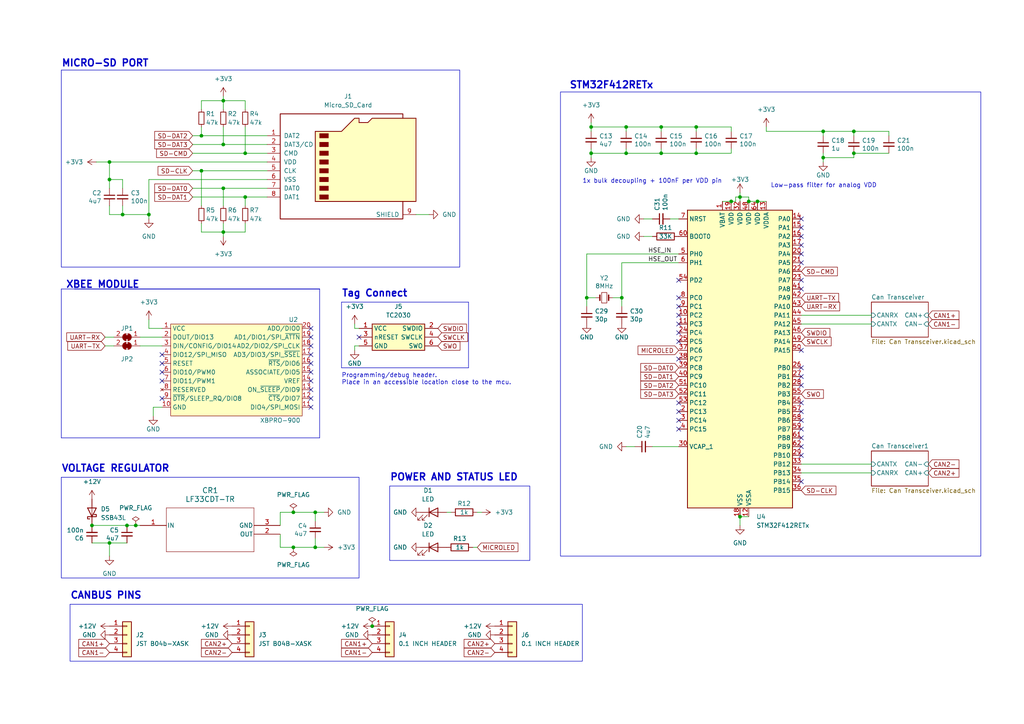
<source format=kicad_sch>
(kicad_sch (version 20230121) (generator eeschema)
  (paper "A4")
  (title_block (title "STM32F103 Reference Breakout Board") (date "2022-07-06") (rev "1") (company "Bronco Racing"))
  (lib_symbols
    (symbol "2023-10-25_21-36-40:LF33CDT-TR" (pin_names (offset 0.254))
      (property "Reference" "CR" (at 20.32 10.16 0))
      (property "Value" "LF33CDT-TR" (at 20.32 7.62 0))
      (symbol "LF33CDT-TR_0_1"
        (polyline (pts (xy 7.62 -7.62) (xy 33.02 -7.62)) (stroke (width 0.127)))
        (polyline (pts (xy 7.62 5.08) (xy 7.62 -7.62)) (stroke (width 0.127)))
        (polyline (pts (xy 33.02 -7.62) (xy 33.02 5.08)) (stroke (width 0.127)))
        (polyline (pts (xy 33.02 5.08) (xy 7.62 5.08)) (stroke (width 0.127)))
        (pin power_in line (at 0 0 0) (length 7.62) (name "IN") (number "1"))
        (pin power_in line (at 40.64 -2.54 180) (length 7.62) (name "OUT") (number "2"))
        (pin power_in line (at 40.64 0 180) (length 7.62) (name "GND") (number "3"))
      )
    )
    (symbol "Connector:Micro_SD_Card" (pin_names (offset 1.016))
      (property "Reference" "J" (at -16.51 15.24 0))
      (property "Value" "Micro_SD_Card" (at 16.51 15.24 0))
      (symbol "Micro_SD_Card_0_1"
        (rectangle (start -7.62 -9.525) (end -5.08 -10.795) (fill (type outline)))
        (rectangle (start -7.62 -6.985) (end -5.08 -8.255) (fill (type outline)))
        (rectangle (start -7.62 -4.445) (end -5.08 -5.715) (fill (type outline)))
        (rectangle (start -7.62 -1.905) (end -5.08 -3.175) (fill (type outline)))
        (rectangle (start -7.62 0.635) (end -5.08 -0.635) (fill (type outline)))
        (rectangle (start -7.62 3.175) (end -5.08 1.905) (fill (type outline)))
        (rectangle (start -7.62 5.715) (end -5.08 4.445) (fill (type outline)))
        (rectangle (start -7.62 8.255) (end -5.08 6.985) (fill (type outline)))
        (polyline (pts (xy 16.51 12.7) (xy 16.51 13.97) (xy -19.05 13.97) (xy -19.05 -16.51) (xy 16.51 -16.51) (xy 16.51 -11.43)) (stroke (width 0.254)))
        (polyline (pts (xy -8.89 -11.43) (xy -8.89 8.89) (xy -1.27 8.89) (xy 2.54 12.7) (xy 3.81 12.7) (xy 3.81 11.43) (xy 6.35 11.43) (xy 7.62 12.7) (xy 20.32 12.7) (xy 20.32 -11.43) (xy -8.89 -11.43)) (stroke (width 0.254)) (fill (type background)))
      )
      (symbol "Micro_SD_Card_1_1"
        (pin bidirectional line (at -22.86 7.62 0) (length 3.81) (name "DAT2") (number "1"))
        (pin bidirectional line (at -22.86 5.08 0) (length 3.81) (name "DAT3/CD") (number "2"))
        (pin input line (at -22.86 2.54 0) (length 3.81) (name "CMD") (number "3"))
        (pin power_in line (at -22.86 0 0) (length 3.81) (name "VDD") (number "4"))
        (pin input line (at -22.86 -2.54 0) (length 3.81) (name "CLK") (number "5"))
        (pin power_in line (at -22.86 -5.08 0) (length 3.81) (name "VSS") (number "6"))
        (pin bidirectional line (at -22.86 -7.62 0) (length 3.81) (name "DAT0") (number "7"))
        (pin bidirectional line (at -22.86 -10.16 0) (length 3.81) (name "DAT1") (number "8"))
        (pin passive line (at 20.32 -15.24 180) (length 3.81) (name "SHIELD") (number "9"))
      )
    )
    (symbol "Connector_Generic:Conn_01x04" (pin_names (offset 1.016) hide)
      (property "Reference" "J" (at 0 5.08 0))
      (property "Value" "Conn_01x04" (at 0 -7.62 0))
      (symbol "Conn_01x04_1_1"
        (rectangle (start -1.27 -4.953) (end 0 -5.207) (stroke (width 0.1524)))
        (rectangle (start -1.27 -2.413) (end 0 -2.667) (stroke (width 0.1524)))
        (rectangle (start -1.27 0.127) (end 0 -0.127) (stroke (width 0.1524)))
        (rectangle (start -1.27 2.667) (end 0 2.413) (stroke (width 0.1524)))
        (rectangle (start -1.27 3.81) (end 1.27 -6.35) (stroke (width 0.254)) (fill (type background)))
        (pin passive line (at -5.08 2.54 0) (length 3.81) (name "Pin_1") (number "1"))
        (pin passive line (at -5.08 0 0) (length 3.81) (name "Pin_2") (number "2"))
        (pin passive line (at -5.08 -2.54 0) (length 3.81) (name "Pin_3") (number "3"))
        (pin passive line (at -5.08 -5.08 0) (length 3.81) (name "Pin_4") (number "4"))
      )
    )
    (symbol "Device:C_Small" (pin_numbers hide) (pin_names (offset 0.254) hide)
      (property "Reference" "C" (at 0.254 1.778 0))
      (property "Value" "C_Small" (at 0.254 -2.032 0))
      (symbol "C_Small_0_1"
        (polyline (pts (xy -1.524 -0.508) (xy 1.524 -0.508)) (stroke (width 0.3302)))
        (polyline (pts (xy -1.524 0.508) (xy 1.524 0.508)) (stroke (width 0.3048)))
      )
      (symbol "C_Small_1_1"
        (pin passive line (at 0 2.54 270) (length 2.032) (name "~") (number "1"))
        (pin passive line (at 0 -2.54 90) (length 2.032) (name "~") (number "2"))
      )
    )
    (symbol "Device:Crystal_Small" (pin_numbers hide) (pin_names (offset 1.016) hide)
      (property "Reference" "Y" (at 0 2.54 0))
      (property "Value" "Crystal_Small" (at 0 -2.54 0))
      (symbol "Crystal_Small_0_1"
        (rectangle (start -0.762 -1.524) (end 0.762 1.524))
        (polyline (pts (xy -1.27 -0.762) (xy -1.27 0.762)) (stroke (width 0.381)))
        (polyline (pts (xy 1.27 -0.762) (xy 1.27 0.762)) (stroke (width 0.381)))
      )
      (symbol "Crystal_Small_1_1"
        (pin passive line (at -2.54 0 0) (length 1.27) (name "1") (number "1"))
        (pin passive line (at 2.54 0 180) (length 1.27) (name "2") (number "2"))
      )
    )
    (symbol "Device:D_Schottky" (pin_numbers hide) (pin_names (offset 1.016) hide)
      (property "Reference" "D" (at 0 2.54 0))
      (property "Value" "D_Schottky" (at 0 -2.54 0))
      (symbol "D_Schottky_0_1"
        (polyline (pts (xy 1.27 0) (xy -1.27 0)))
        (polyline (pts (xy 1.27 1.27) (xy 1.27 -1.27) (xy -1.27 0) (xy 1.27 1.27)) (stroke (width 0.254)))
        (polyline (pts (xy -1.905 0.635) (xy -1.905 1.27) (xy -1.27 1.27) (xy -1.27 -1.27) (xy -0.635 -1.27) (xy -0.635 -0.635)) (stroke (width 0.254)))
      )
      (symbol "D_Schottky_1_1"
        (pin passive line (at -3.81 0 0) (length 2.54) (name "K") (number "1"))
        (pin passive line (at 3.81 0 180) (length 2.54) (name "A") (number "2"))
      )
    )
    (symbol "Device:LED" (pin_numbers hide) (pin_names (offset 1.016) hide)
      (property "Reference" "D" (at 0 2.54 0))
      (property "Value" "LED" (at 0 -2.54 0))
      (symbol "LED_0_1"
        (polyline (pts (xy -1.27 -1.27) (xy -1.27 1.27)) (stroke (width 0.254)))
        (polyline (pts (xy -1.27 0) (xy 1.27 0)))
        (polyline (pts (xy 1.27 -1.27) (xy 1.27 1.27) (xy -1.27 0) (xy 1.27 -1.27)) (stroke (width 0.254)))
        (polyline (pts (xy -3.048 -0.762) (xy -4.572 -2.286) (xy -3.81 -2.286) (xy -4.572 -2.286) (xy -4.572 -1.524)))
        (polyline (pts (xy -1.778 -0.762) (xy -3.302 -2.286) (xy -2.54 -2.286) (xy -3.302 -2.286) (xy -3.302 -1.524)))
      )
      (symbol "LED_1_1"
        (pin passive line (at -3.81 0 0) (length 2.54) (name "K") (number "1"))
        (pin passive line (at 3.81 0 180) (length 2.54) (name "A") (number "2"))
      )
    )
    (symbol "Device:R" (pin_numbers hide) (pin_names (offset 0))
      (property "Reference" "R" (at 2.032 0 90))
      (property "Value" "R" (at 0 0 90))
      (symbol "R_0_1"
        (rectangle (start -1.016 -2.54) (end 1.016 2.54) (stroke (width 0.254)))
      )
      (symbol "R_1_1"
        (pin passive line (at 0 3.81 270) (length 1.27) (name "~") (number "1"))
        (pin passive line (at 0 -3.81 90) (length 1.27) (name "~") (number "2"))
      )
    )
    (symbol "Device:R_Small" (pin_numbers hide) (pin_names (offset 0.254) hide)
      (property "Reference" "R" (at 0.762 0.508 0))
      (property "Value" "R_Small" (at 0.762 -1.016 0))
      (symbol "R_Small_0_1"
        (rectangle (start -0.762 1.778) (end 0.762 -1.778) (stroke (width 0.2032)))
      )
      (symbol "R_Small_1_1"
        (pin passive line (at 0 2.54 270) (length 0.762) (name "~") (number "1"))
        (pin passive line (at 0 -2.54 90) (length 0.762) (name "~") (number "2"))
      )
    )
    (symbol "Jumper:SolderJumper_2_Bridged" (pin_names (offset 0) hide)
      (property "Reference" "JP" (at 0 2.032 0))
      (property "Value" "SolderJumper_2_Bridged" (at 0 -2.54 0))
      (symbol "SolderJumper_2_Bridged_0_1"
        (rectangle (start -0.508 0.508) (end 0.508 -0.508) (fill (type outline)))
        (arc (start -0.254 1.016) (mid -1.2656 0) (end -0.254 -1.016))
        (arc (start -0.254 1.016) (mid -1.2656 0) (end -0.254 -1.016) (fill (type outline)))
        (polyline (pts (xy -0.254 1.016) (xy -0.254 -1.016)))
        (polyline (pts (xy 0.254 1.016) (xy 0.254 -1.016)))
        (arc (start 0.254 -1.016) (mid 1.2656 0) (end 0.254 1.016))
        (arc (start 0.254 -1.016) (mid 1.2656 0) (end 0.254 1.016) (fill (type outline)))
      )
      (symbol "SolderJumper_2_Bridged_1_1"
        (pin passive line (at -3.81 0 0) (length 2.54) (name "A") (number "1"))
        (pin passive line (at 3.81 0 180) (length 2.54) (name "B") (number "2"))
      )
    )
    (symbol "MCU_ST_STM32F4:STM32F412RETx"
      (property "Reference" "U" (at -15.24 44.45 0))
      (property "Value" "STM32F412RETx" (at 10.16 44.45 0))
      (symbol "STM32F412RETx_0_1"
        (rectangle (start -15.24 -43.18) (end 15.24 43.18) (stroke (width 0.254)) (fill (type background)))
      )
      (symbol "STM32F412RETx_1_1"
        (pin power_in line (at -5.08 45.72 270) (length 2.54) (name "VBAT") (number "1"))
        (pin bidirectional line (at -17.78 12.7 0) (length 2.54) (name "PC2") (number "10"))
        (pin bidirectional line (at -17.78 10.16 0) (length 2.54) (name "PC3") (number "11"))
        (pin power_in line (at 2.54 -45.72 90) (length 2.54) (name "VSSA") (number "12"))
        (pin power_in line (at 7.62 45.72 270) (length 2.54) (name "VDDA") (number "13"))
        (pin bidirectional line (at 17.78 40.64 180) (length 2.54) (name "PA0") (number "14"))
        (pin bidirectional line (at 17.78 38.1 180) (length 2.54) (name "PA1") (number "15"))
        (pin bidirectional line (at 17.78 35.56 180) (length 2.54) (name "PA2") (number "16"))
        (pin bidirectional line (at 17.78 33.02 180) (length 2.54) (name "PA3") (number "17"))
        (pin power_in line (at 0 -45.72 90) (length 2.54) (name "VSS") (number "18"))
        (pin power_in line (at -2.54 45.72 270) (length 2.54) (name "VDD") (number "19"))
        (pin bidirectional line (at -17.78 -15.24 0) (length 2.54) (name "PC13") (number "2"))
        (pin bidirectional line (at 17.78 30.48 180) (length 2.54) (name "PA4") (number "20"))
        (pin bidirectional line (at 17.78 27.94 180) (length 2.54) (name "PA5") (number "21"))
        (pin bidirectional line (at 17.78 25.4 180) (length 2.54) (name "PA6") (number "22"))
        (pin bidirectional line (at 17.78 22.86 180) (length 2.54) (name "PA7") (number "23"))
        (pin bidirectional line (at -17.78 7.62 0) (length 2.54) (name "PC4") (number "24"))
        (pin bidirectional line (at -17.78 5.08 0) (length 2.54) (name "PC5") (number "25"))
        (pin bidirectional line (at 17.78 -2.54 180) (length 2.54) (name "PB0") (number "26"))
        (pin bidirectional line (at 17.78 -5.08 180) (length 2.54) (name "PB1") (number "27"))
        (pin bidirectional line (at 17.78 -7.62 180) (length 2.54) (name "PB2") (number "28"))
        (pin bidirectional line (at 17.78 -27.94 180) (length 2.54) (name "PB10") (number "29"))
        (pin bidirectional line (at -17.78 -17.78 0) (length 2.54) (name "PC14") (number "3"))
        (pin power_out line (at -17.78 -25.4 0) (length 2.54) (name "VCAP_1") (number "30"))
        (pin passive line (at 0 -45.72 90) (length 2.54) hide (name "VSS") (number "31"))
        (pin power_in line (at 0 45.72 270) (length 2.54) (name "VDD") (number "32"))
        (pin bidirectional line (at 17.78 -30.48 180) (length 2.54) (name "PB12") (number "33"))
        (pin bidirectional line (at 17.78 -33.02 180) (length 2.54) (name "PB13") (number "34"))
        (pin bidirectional line (at 17.78 -35.56 180) (length 2.54) (name "PB14") (number "35"))
        (pin bidirectional line (at 17.78 -38.1 180) (length 2.54) (name "PB15") (number "36"))
        (pin bidirectional line (at -17.78 2.54 0) (length 2.54) (name "PC6") (number "37"))
        (pin bidirectional line (at -17.78 0 0) (length 2.54) (name "PC7") (number "38"))
        (pin bidirectional line (at -17.78 -2.54 0) (length 2.54) (name "PC8") (number "39"))
        (pin bidirectional line (at -17.78 -20.32 0) (length 2.54) (name "PC15") (number "4"))
        (pin bidirectional line (at -17.78 -5.08 0) (length 2.54) (name "PC9") (number "40"))
        (pin bidirectional line (at 17.78 20.32 180) (length 2.54) (name "PA8") (number "41"))
        (pin bidirectional line (at 17.78 17.78 180) (length 2.54) (name "PA9") (number "42"))
        (pin bidirectional line (at 17.78 15.24 180) (length 2.54) (name "PA10") (number "43"))
        (pin bidirectional line (at 17.78 12.7 180) (length 2.54) (name "PA11") (number "44"))
        (pin bidirectional line (at 17.78 10.16 180) (length 2.54) (name "PA12") (number "45"))
        (pin bidirectional line (at 17.78 7.62 180) (length 2.54) (name "PA13") (number "46"))
        (pin passive line (at 0 -45.72 90) (length 2.54) hide (name "VSS") (number "47"))
        (pin power_in line (at 2.54 45.72 270) (length 2.54) (name "VDD") (number "48"))
        (pin bidirectional line (at 17.78 5.08 180) (length 2.54) (name "PA14") (number "49"))
        (pin bidirectional line (at -17.78 30.48 0) (length 2.54) (name "PH0") (number "5"))
        (pin bidirectional line (at 17.78 2.54 180) (length 2.54) (name "PA15") (number "50"))
        (pin bidirectional line (at -17.78 -7.62 0) (length 2.54) (name "PC10") (number "51"))
        (pin bidirectional line (at -17.78 -10.16 0) (length 2.54) (name "PC11") (number "52"))
        (pin bidirectional line (at -17.78 -12.7 0) (length 2.54) (name "PC12") (number "53"))
        (pin bidirectional line (at -17.78 22.86 0) (length 2.54) (name "PD2") (number "54"))
        (pin bidirectional line (at 17.78 -10.16 180) (length 2.54) (name "PB3") (number "55"))
        (pin bidirectional line (at 17.78 -12.7 180) (length 2.54) (name "PB4") (number "56"))
        (pin bidirectional line (at 17.78 -15.24 180) (length 2.54) (name "PB5") (number "57"))
        (pin bidirectional line (at 17.78 -17.78 180) (length 2.54) (name "PB6") (number "58"))
        (pin bidirectional line (at 17.78 -20.32 180) (length 2.54) (name "PB7") (number "59"))
        (pin bidirectional line (at -17.78 27.94 0) (length 2.54) (name "PH1") (number "6"))
        (pin input line (at -17.78 35.56 0) (length 2.54) (name "BOOT0") (number "60"))
        (pin bidirectional line (at 17.78 -22.86 180) (length 2.54) (name "PB8") (number "61"))
        (pin bidirectional line (at 17.78 -25.4 180) (length 2.54) (name "PB9") (number "62"))
        (pin passive line (at 0 -45.72 90) (length 2.54) hide (name "VSS") (number "63"))
        (pin power_in line (at 5.08 45.72 270) (length 2.54) (name "VDD") (number "64"))
        (pin input line (at -17.78 40.64 0) (length 2.54) (name "NRST") (number "7"))
        (pin bidirectional line (at -17.78 17.78 0) (length 2.54) (name "PC0") (number "8"))
        (pin bidirectional line (at -17.78 15.24 0) (length 2.54) (name "PC1") (number "9"))
      )
    )
    (symbol "TC2030:TC2030" (in_bom no)
      (property "Reference" "J" (at 0 5.08 0))
      (property "Value" "TC2030" (at 0 -5.08 0))
      (symbol "TC2030_1_1"
        (rectangle (start -7.62 3.81) (end 7.62 -3.81) (stroke (width 0.254)) (fill (type background)))
        (pin passive line (at -11.43 2.54 0) (length 3.81) (name "VCC") (number "1"))
        (pin passive line (at 11.43 2.54 180) (length 3.81) (name "SWDIO") (number "2"))
        (pin passive line (at -11.43 0 0) (length 3.81) (name "nRESET") (number "3"))
        (pin passive line (at 11.43 0 180) (length 3.81) (name "SWCLK") (number "4"))
        (pin passive line (at -11.43 -2.54 0) (length 3.81) (name "GND") (number "5"))
        (pin passive line (at 11.43 -2.54 180) (length 3.81) (name "SWO") (number "6"))
      )
    )
    (symbol "XBEE:XBP9B-DSMT-012"
      (property "Reference" "U" (at 36.83 3.81 0))
      (symbol "XBP9B-DSMT-012_1_1"
        (rectangle (start 0 2.54) (end 38.1 -24.13) (fill (type background)))
        (pin power_in line (at -2.54 1.27 0) (length 2.54) (name "VCC") (number "1"))
        (pin power_in line (at -2.54 -21.59 0) (length 2.54) (name "GND") (number "10"))
        (pin bidirectional line (at 40.64 -21.59 180) (length 2.54) (name "DIO4/SPI_MOSI") (number "11"))
        (pin output line (at 40.64 -19.05 180) (length 2.54) (name "~{CTS}/DIO7") (number "12"))
        (pin output line (at 40.64 -16.51 180) (length 2.54) (name "ON_~{SLEEP}/DIO9") (number "13"))
        (pin input line (at 40.64 -13.97 180) (length 2.54) (name "VREF") (number "14"))
        (pin output line (at 40.64 -11.43 180) (length 2.54) (name "ASSOCIATE/DIO5") (number "15"))
        (pin input line (at 40.64 -8.89 180) (length 2.54) (name "~{RTS}/DIO6") (number "16"))
        (pin bidirectional line (at 40.64 -6.35 180) (length 2.54) (name "AD3/DIO3/SPI_~{SSEL}") (number "17"))
        (pin bidirectional line (at 40.64 -3.81 180) (length 2.54) (name "AD2/DIO2/SPI_CLK") (number "18"))
        (pin bidirectional line (at 40.64 -1.27 180) (length 2.54) (name "AD1/DIO1/SPI_~{ATTN}") (number "19"))
        (pin output line (at -2.54 -1.27 0) (length 2.54) (name "DOUT/DIO13") (number "2"))
        (pin bidirectional line (at 40.64 1.27 180) (length 2.54) (name "ADO/DIO0") (number "20"))
        (pin input line (at -2.54 -3.81 0) (length 2.54) (name "DIN/CONFIG/DIO14") (number "3"))
        (pin output line (at -2.54 -6.35 0) (length 2.54) (name "DIO12/SPI_MISO") (number "4"))
        (pin input line (at -2.54 -8.89 0) (length 2.54) (name "RESET") (number "5"))
        (pin bidirectional line (at -2.54 -11.43 0) (length 2.54) (name "DIO10/PWM0") (number "6"))
        (pin bidirectional line (at -2.54 -13.97 0) (length 2.54) (name "DIO11/PWM1") (number "7"))
        (pin no_connect line (at -2.54 -16.51 0) (length 2.54) (name "RESERVED") (number "8"))
        (pin input line (at -2.54 -19.05 0) (length 2.54) (name "~{DTR}/SLEEP_RQ/DIO8") (number "9"))
      )
    )
    (symbol "power:+12V" (power) (pin_names (offset 0))
      (property "Value" "+12V" (at 0 3.556 0))
      (symbol "+12V_0_1"
        (polyline (pts (xy -0.762 1.27) (xy 0 2.54)))
        (polyline (pts (xy 0 0) (xy 0 2.54)))
        (polyline (pts (xy 0 2.54) (xy 0.762 1.27)))
      )
      (symbol "+12V_1_1"
        (pin power_in line (at 0 0 90) (length 0) hide (name "+12V") (number "1"))
      )
    )
    (symbol "power:+3V3" (power) (pin_names (offset 0))
      (property "Value" "+3V3" (at 0 3.556 0))
      (symbol "+3V3_0_1"
        (polyline (pts (xy -0.762 1.27) (xy 0 2.54)))
        (polyline (pts (xy 0 0) (xy 0 2.54)))
        (polyline (pts (xy 0 2.54) (xy 0.762 1.27)))
      )
      (symbol "+3V3_1_1"
        (pin power_in line (at 0 0 90) (length 0) hide (name "+3V3") (number "1"))
      )
    )
    (symbol "power:GND" (power) (pin_names (offset 0))
      (property "Value" "GND" (at 0 -3.81 0))
      (symbol "GND_0_1"
        (polyline (pts (xy 0 0) (xy 0 -1.27) (xy 1.27 -1.27) (xy 0 -2.54) (xy -1.27 -1.27) (xy 0 -1.27)))
      )
      (symbol "GND_1_1"
        (pin power_in line (at 0 0 270) (length 0) hide (name "GND") (number "1"))
      )
    )
    (symbol "power:PWR_FLAG" (power) (pin_numbers hide) (pin_names (offset 0) hide)
      (property "Value" "PWR_FLAG" (at 0 3.81 0))
      (symbol "PWR_FLAG_0_0"
        (pin power_out line (at 0 0 90) (length 0) (name "pwr") (number "1"))
      )
      (symbol "PWR_FLAG_0_1"
        (polyline (pts (xy 0 0) (xy 0 1.27) (xy -1.016 1.905) (xy 0 2.54) (xy 1.016 1.905) (xy 0 1.27)))
      )
    )
  )
  (junction (at 191.77 36.83))
  (junction (at 39.37 152.4))
  (junction (at 35.56 62.23))
  (junction (at 43.18 62.23))
  (junction (at 219.71 58.42))
  (junction (at 171.45 44.45))
  (junction (at 201.93 44.45))
  (junction (at 31.75 157.48))
  (junction (at 212.09 58.42))
  (junction (at 91.44 158.75))
  (junction (at 170.18 86.36))
  (junction (at 64.77 29.21))
  (junction (at 58.42 49.53))
  (junction (at 238.76 38.1))
  (junction (at 217.17 58.42))
  (junction (at 171.45 36.83))
  (junction (at 214.63 149.86))
  (junction (at 85.09 158.75))
  (junction (at 31.75 52.07))
  (junction (at 64.77 41.91))
  (junction (at 181.61 44.45))
  (junction (at 64.77 54.61))
  (junction (at 26.67 152.4))
  (junction (at 247.65 44.45))
  (junction (at 91.44 148.59))
  (junction (at 85.09 148.59))
  (junction (at 247.65 38.1))
  (junction (at 31.75 46.99))
  (junction (at 71.12 57.15))
  (junction (at 36.83 152.4))
  (junction (at 58.42 39.37))
  (junction (at 107.95 181.61))
  (junction (at 71.12 44.45))
  (junction (at 214.63 57.15))
  (junction (at 181.61 36.83))
  (junction (at 238.76 45.72))
  (junction (at 201.93 36.83))
  (junction (at 64.77 67.31))
  (junction (at 180.34 86.36))
  (junction (at 191.77 44.45))
  (no_connect (at 232.41 121.92))
  (no_connect (at 232.41 119.38))
  (no_connect (at 196.85 81.28))
  (no_connect (at 232.41 71.12))
  (no_connect (at 232.41 127))
  (no_connect (at 90.17 97.79))
  (no_connect (at 232.41 76.2))
  (no_connect (at 46.99 102.87))
  (no_connect (at 232.41 63.5))
  (no_connect (at 90.17 113.03))
  (no_connect (at 196.85 93.98))
  (no_connect (at 232.41 101.6))
  (no_connect (at 232.41 66.04))
  (no_connect (at 196.85 116.84))
  (no_connect (at 232.41 132.08))
  (no_connect (at 90.17 115.57))
  (no_connect (at 90.17 102.87))
  (no_connect (at 46.99 105.41))
  (no_connect (at 196.85 119.38))
  (no_connect (at 232.41 81.28))
  (no_connect (at 196.85 99.06))
  (no_connect (at 232.41 124.46))
  (no_connect (at 232.41 106.68))
  (no_connect (at 232.41 109.22))
  (no_connect (at 104.14 97.79))
  (no_connect (at 90.17 118.11))
  (no_connect (at 232.41 68.58))
  (no_connect (at 90.17 95.25))
  (no_connect (at 232.41 116.84))
  (no_connect (at 196.85 96.52))
  (no_connect (at 90.17 110.49))
  (no_connect (at 196.85 86.36))
  (no_connect (at 46.99 115.57))
  (no_connect (at 196.85 104.14))
  (no_connect (at 196.85 124.46))
  (no_connect (at 232.41 73.66))
  (no_connect (at 46.99 107.95))
  (no_connect (at 232.41 83.82))
  (no_connect (at 46.99 110.49))
  (no_connect (at 196.85 88.9))
  (no_connect (at 232.41 139.7))
  (no_connect (at 232.41 111.76))
  (no_connect (at 90.17 107.95))
  (no_connect (at 196.85 91.44))
  (no_connect (at 196.85 121.92))
  (no_connect (at 90.17 100.33))
  (no_connect (at 90.17 105.41))
  (no_connect (at 232.41 129.54))
  (wire (pts (xy 55.88 39.37) (xy 58.42 39.37)))
  (wire (pts (xy 214.63 149.86) (xy 214.63 152.4)))
  (wire (pts (xy 219.71 58.42) (xy 222.25 58.42)))
  (wire (pts (xy 102.87 95.25) (xy 102.87 93.98)))
  (wire (pts (xy 247.65 38.1) (xy 238.76 38.1)))
  (wire (pts (xy 232.41 91.44) (xy 252.73 91.44)))
  (wire (pts (xy 46.99 95.25) (xy 43.18 95.25)))
  (wire (pts (xy 91.44 158.75) (xy 91.44 156.21)))
  (wire (pts (xy 35.56 62.23) (xy 43.18 62.23)))
  (wire (pts (xy 58.42 39.37) (xy 77.47 39.37)))
  (wire (pts (xy 102.87 101.6) (xy 102.87 100.33)))
  (wire (pts (xy 58.42 29.21) (xy 64.77 29.21)))
  (wire (pts (xy 170.18 86.36) (xy 172.72 86.36)))
  (wire (pts (xy 191.77 38.1) (xy 191.77 36.83)))
  (wire (pts (xy 232.41 134.62) (xy 252.73 134.62)))
  (wire (pts (xy 217.17 58.42) (xy 219.71 58.42)))
  (wire (pts (xy 85.09 158.75) (xy 91.44 158.75)))
  (wire (pts (xy 238.76 46.99) (xy 238.76 45.72)))
  (wire (pts (xy 170.18 73.66) (xy 196.85 73.66)))
  (wire (pts (xy 43.18 62.23) (xy 43.18 63.5)))
  (wire (pts (xy 91.44 148.59) (xy 91.44 151.13)))
  (wire (pts (xy 27.94 46.99) (xy 31.75 46.99)))
  (wire (pts (xy 180.34 76.2) (xy 196.85 76.2)))
  (wire (pts (xy 58.42 49.53) (xy 58.42 59.69)))
  (wire (pts (xy 64.77 29.21) (xy 71.12 29.21)))
  (wire (pts (xy 58.42 36.83) (xy 58.42 39.37)))
  (wire (pts (xy 201.93 44.45) (xy 212.09 44.45)))
  (polyline (pts (xy 92.71 83.82) (xy 92.71 127)))
  (wire (pts (xy 247.65 38.1) (xy 257.81 38.1)))
  (wire (pts (xy 55.88 41.91) (xy 64.77 41.91)))
  (wire (pts (xy 232.41 137.16) (xy 252.73 137.16)))
  (wire (pts (xy 71.12 44.45) (xy 77.47 44.45)))
  (wire (pts (xy 191.77 43.18) (xy 191.77 44.45)))
  (wire (pts (xy 181.61 129.54) (xy 184.15 129.54)))
  (wire (pts (xy 238.76 45.72) (xy 247.65 45.72)))
  (wire (pts (xy 71.12 57.15) (xy 71.12 59.69)))
  (wire (pts (xy 181.61 36.83) (xy 171.45 36.83)))
  (wire (pts (xy 93.98 158.75) (xy 91.44 158.75)))
  (wire (pts (xy 31.75 157.48) (xy 31.75 161.29)))
  (wire (pts (xy 39.37 152.4) (xy 40.64 152.4)))
  (wire (pts (xy 64.77 36.83) (xy 64.77 41.91)))
  (wire (pts (xy 81.28 152.4) (xy 81.28 148.59)))
  (wire (pts (xy 81.28 154.94) (xy 81.28 158.75)))
  (wire (pts (xy 26.67 152.4) (xy 36.83 152.4)))
  (wire (pts (xy 171.45 36.83) (xy 171.45 38.1)))
  (wire (pts (xy 58.42 64.77) (xy 58.42 67.31)))
  (wire (pts (xy 212.09 38.1) (xy 212.09 36.83)))
  (wire (pts (xy 30.48 97.79) (xy 33.02 97.79)))
  (wire (pts (xy 44.45 118.11) (xy 46.99 118.11)))
  (polyline (pts (xy 17.78 83.82) (xy 92.71 83.82)))
  (polyline (pts (xy 17.78 127) (xy 17.78 83.82)))
  (wire (pts (xy 181.61 36.83) (xy 181.61 38.1)))
  (wire (pts (xy 64.77 29.21) (xy 64.77 31.75)))
  (wire (pts (xy 55.88 57.15) (xy 71.12 57.15)))
  (wire (pts (xy 35.56 54.61) (xy 35.56 52.07)))
  (wire (pts (xy 238.76 39.37) (xy 238.76 38.1)))
  (wire (pts (xy 213.36 57.15) (xy 214.63 57.15)))
  (wire (pts (xy 31.75 52.07) (xy 31.75 54.61)))
  (wire (pts (xy 71.12 57.15) (xy 77.47 57.15)))
  (wire (pts (xy 58.42 31.75) (xy 58.42 29.21)))
  (wire (pts (xy 71.12 67.31) (xy 71.12 64.77)))
  (wire (pts (xy 191.77 44.45) (xy 201.93 44.45)))
  (wire (pts (xy 217.17 57.15) (xy 217.17 58.42)))
  (wire (pts (xy 138.43 148.59) (xy 139.7 148.59)))
  (wire (pts (xy 214.63 57.15) (xy 217.17 57.15)))
  (wire (pts (xy 31.75 46.99) (xy 77.47 46.99)))
  (wire (pts (xy 194.31 63.5) (xy 196.85 63.5)))
  (wire (pts (xy 180.34 76.2) (xy 180.34 86.36)))
  (wire (pts (xy 35.56 59.69) (xy 35.56 62.23)))
  (wire (pts (xy 40.64 100.33) (xy 46.99 100.33)))
  (wire (pts (xy 64.77 27.94) (xy 64.77 29.21)))
  (wire (pts (xy 189.23 129.54) (xy 196.85 129.54)))
  (wire (pts (xy 214.63 57.15) (xy 214.63 58.42)))
  (wire (pts (xy 212.09 43.18) (xy 212.09 44.45)))
  (wire (pts (xy 209.55 58.42) (xy 212.09 58.42)))
  (wire (pts (xy 186.69 63.5) (xy 189.23 63.5)))
  (wire (pts (xy 181.61 44.45) (xy 181.61 43.18)))
  (wire (pts (xy 170.18 88.9) (xy 170.18 86.36)))
  (polyline (pts (xy 99.06 87.63) (xy 135.89 87.63)))
  (wire (pts (xy 171.45 43.18) (xy 171.45 44.45)))
  (wire (pts (xy 81.28 148.59) (xy 85.09 148.59)))
  (wire (pts (xy 85.09 148.59) (xy 91.44 148.59)))
  (wire (pts (xy 30.48 100.33) (xy 33.02 100.33)))
  (wire (pts (xy 177.8 86.36) (xy 180.34 86.36)))
  (wire (pts (xy 170.18 73.66) (xy 170.18 86.36)))
  (wire (pts (xy 247.65 44.45) (xy 257.81 44.45)))
  (wire (pts (xy 31.75 157.48) (xy 36.83 157.48)))
  (wire (pts (xy 26.67 157.48) (xy 31.75 157.48)))
  (wire (pts (xy 102.87 100.33) (xy 104.14 100.33)))
  (wire (pts (xy 58.42 49.53) (xy 77.47 49.53)))
  (wire (pts (xy 64.77 41.91) (xy 77.47 41.91)))
  (polyline (pts (xy 92.71 127) (xy 17.78 127)))
  (wire (pts (xy 213.36 58.42) (xy 212.09 58.42)))
  (wire (pts (xy 212.09 36.83) (xy 201.93 36.83)))
  (wire (pts (xy 232.41 93.98) (xy 252.73 93.98)))
  (wire (pts (xy 247.65 39.37) (xy 247.65 38.1)))
  (wire (pts (xy 43.18 95.25) (xy 43.18 92.71)))
  (wire (pts (xy 222.25 38.1) (xy 238.76 38.1)))
  (wire (pts (xy 129.54 148.59) (xy 130.81 148.59)))
  (wire (pts (xy 81.28 158.75) (xy 85.09 158.75)))
  (wire (pts (xy 71.12 29.21) (xy 71.12 31.75)))
  (wire (pts (xy 64.77 64.77) (xy 64.77 67.31)))
  (wire (pts (xy 222.25 36.83) (xy 222.25 38.1)))
  (polyline (pts (xy 135.89 87.63) (xy 135.89 106.68)))
  (wire (pts (xy 31.75 62.23) (xy 35.56 62.23)))
  (wire (pts (xy 191.77 36.83) (xy 181.61 36.83)))
  (wire (pts (xy 247.65 45.72) (xy 247.65 44.45)))
  (wire (pts (xy 171.45 44.45) (xy 181.61 44.45)))
  (wire (pts (xy 238.76 44.45) (xy 238.76 45.72)))
  (wire (pts (xy 77.47 52.07) (xy 43.18 52.07)))
  (polyline (pts (xy 21.59 83.82) (xy 92.71 83.82)))
  (wire (pts (xy 214.63 55.88) (xy 214.63 57.15)))
  (wire (pts (xy 181.61 44.45) (xy 191.77 44.45)))
  (wire (pts (xy 43.18 52.07) (xy 43.18 62.23)))
  (wire (pts (xy 186.69 68.58) (xy 189.23 68.58)))
  (wire (pts (xy 40.64 97.79) (xy 46.99 97.79)))
  (wire (pts (xy 55.88 49.53) (xy 58.42 49.53)))
  (wire (pts (xy 257.81 39.37) (xy 257.81 38.1)))
  (wire (pts (xy 180.34 88.9) (xy 180.34 86.36)))
  (wire (pts (xy 171.45 44.45) (xy 171.45 45.72)))
  (wire (pts (xy 137.16 158.75) (xy 138.43 158.75)))
  (wire (pts (xy 64.77 67.31) (xy 71.12 67.31)))
  (wire (pts (xy 93.98 148.59) (xy 91.44 148.59)))
  (wire (pts (xy 201.93 43.18) (xy 201.93 44.45)))
  (wire (pts (xy 201.93 36.83) (xy 191.77 36.83)))
  (wire (pts (xy 201.93 38.1) (xy 201.93 36.83)))
  (wire (pts (xy 104.14 95.25) (xy 102.87 95.25)))
  (polyline (pts (xy 99.06 106.68) (xy 99.06 87.63)))
  (wire (pts (xy 213.36 57.15) (xy 213.36 58.42)))
  (wire (pts (xy 36.83 152.4) (xy 39.37 152.4)))
  (wire (pts (xy 35.56 52.07) (xy 31.75 52.07)))
  (wire (pts (xy 55.88 54.61) (xy 64.77 54.61)))
  (wire (pts (xy 31.75 59.69) (xy 31.75 62.23)))
  (wire (pts (xy 64.77 67.31) (xy 64.77 68.58)))
  (wire (pts (xy 214.63 149.86) (xy 217.17 149.86)))
  (wire (pts (xy 71.12 36.83) (xy 71.12 44.45)))
  (wire (pts (xy 171.45 35.56) (xy 171.45 36.83)))
  (wire (pts (xy 44.45 120.65) (xy 44.45 118.11)))
  (wire (pts (xy 120.65 62.23) (xy 124.46 62.23)))
  (wire (pts (xy 64.77 54.61) (xy 64.77 59.69)))
  (wire (pts (xy 31.75 46.99) (xy 31.75 52.07)))
  (polyline (pts (xy 99.06 106.68) (xy 135.89 106.68)))
  (wire (pts (xy 55.88 44.45) (xy 71.12 44.45)))
  (wire (pts (xy 58.42 67.31) (xy 64.77 67.31)))
  (wire (pts (xy 64.77 54.61) (xy 77.47 54.61)))
  (rectangle (start 17.78 20.32) (end 133.35 77.47))
  (rectangle (start 17.78 138.43) (end 104.14 167.64))
  (rectangle (start 113.03 140.97) (end 153.67 162.56))
  (rectangle (start 162.56 26.67) (end 284.48 161.29))
  (rectangle (start 20.32 175.26) (end 168.91 191.77))
  (text "STM32F412RETx\n\n" (at 165.1 29.21 0) (effects (font (size 2.0066 2.0066) (thickness 0.4013) bold) (justify left bottom)))
  (text "1x bulk decoupling + 100nF per VDD pin" (at 168.91 53.34 0) (effects (font (size 1.27 1.27)) (justify left bottom)))
  (text "Programming/debug header.\nPlace in an accessible location close to the mcu." (at 99.06 111.76 0) (effects (font (size 1.27 1.27)) (justify left bottom)))
  (text "VOLTAGE REGULATOR" (at 17.78 137.16 0) (effects (font (size 2.0066 2.0066) (thickness 0.4013) bold) (justify left bottom)))
  (text "XBEE MODULE\n" (at 19.05 83.82 0) (effects (font (size 2.0066 2.0066) (thickness 0.4013) bold) (justify left bottom)))
  (text "POWER AND STATUS LED\n" (at 113.03 139.7 0) (effects (font (size 2.0066 2.0066) (thickness 0.4013) bold) (justify left bottom)))
  (text "CANBUS PINS" (at 20.32 173.99 0) (effects (font (size 2.0066 2.0066) (thickness 0.4013) bold) (justify left bottom)))
  (text "MICRO-SD PORT\n\n" (at 17.78 22.86 0) (effects (font (size 2.0066 2.0066) (thickness 0.4013) bold) (justify left bottom)))
  (text "Tag Connect" (at 99.06 86.36 0) (effects (font (size 2.0066 2.0066) (thickness 0.4013) bold) (justify left bottom)))
  (text "Low-pass filter for analog VDD" (at 223.52 54.61 0) (effects (font (size 1.27 1.27)) (justify left bottom)))
  (label "HSE_IN" (at 187.96 73.66 0))
  (label "HSE_OUT" (at 187.96 76.2 0))
  (global_label "SD-DAT0" (shape input) (at 196.85 106.68 180) (property "Intersheetrefs" "${INTERSHEET_REFS}" (effects hide)))
  (global_label "SWCLK" (shape input) (at 232.41 99.06 0) (property "Intersheetrefs" "${INTERSHEET_REFS}" (effects hide)))
  (global_label "MICROLED" (shape input) (at 138.43 158.75 0) (property "Intersheetrefs" "${INTERSHEET_REFS}" (effects hide)))
  (global_label "CAN1-" (shape input) (at 107.95 189.23 180) (property "Intersheetrefs" "${INTERSHEET_REFS}" (effects hide)))
  (global_label "UART-RX" (shape input) (at 232.41 88.9 0) (property "Intersheetrefs" "${INTERSHEET_REFS}" (effects hide)))
  (global_label "SD-CMD" (shape input) (at 232.41 78.74 0) (property "Intersheetrefs" "${INTERSHEET_REFS}" (effects hide)))
  (global_label "SWO" (shape input) (at 127 100.33 0) (property "Intersheetrefs" "${INTERSHEET_REFS}" (effects hide)))
  (global_label "SD-DAT1" (shape input) (at 55.88 57.15 180) (property "Intersheetrefs" "${INTERSHEET_REFS}" (effects hide)))
  (global_label "SD-DAT2" (shape input) (at 55.88 39.37 180) (property "Intersheetrefs" "${INTERSHEET_REFS}" (effects hide)))
  (global_label "CAN1+" (shape input) (at 107.95 186.69 180) (property "Intersheetrefs" "${INTERSHEET_REFS}" (effects hide)))
  (global_label "UART-RX" (shape input) (at 30.48 97.79 180) (property "Intersheetrefs" "${INTERSHEET_REFS}" (effects hide)))
  (global_label "SD-DAT2" (shape input) (at 196.85 111.76 180) (property "Intersheetrefs" "${INTERSHEET_REFS}" (effects hide)))
  (global_label "SD-DAT0" (shape input) (at 55.88 54.61 180) (property "Intersheetrefs" "${INTERSHEET_REFS}" (effects hide)))
  (global_label "CAN2-" (shape input) (at 67.31 189.23 180) (property "Intersheetrefs" "${INTERSHEET_REFS}" (effects hide)))
  (global_label "SD-DAT3" (shape input) (at 55.88 41.91 180) (property "Intersheetrefs" "${INTERSHEET_REFS}" (effects hide)))
  (global_label "CAN2+" (shape input) (at 269.24 137.16 0) (property "Intersheetrefs" "${INTERSHEET_REFS}" (effects hide)))
  (global_label "MICROLED" (shape input) (at 196.85 101.6 180) (property "Intersheetrefs" "${INTERSHEET_REFS}" (effects hide)))
  (global_label "SD-CLK" (shape input) (at 232.41 142.24 0) (property "Intersheetrefs" "${INTERSHEET_REFS}" (effects hide)))
  (global_label "UART-TX" (shape input) (at 232.41 86.36 0) (property "Intersheetrefs" "${INTERSHEET_REFS}" (effects hide)))
  (global_label "SD-CMD" (shape input) (at 55.88 44.45 180) (property "Intersheetrefs" "${INTERSHEET_REFS}" (effects hide)))
  (global_label "CAN1-" (shape input) (at 269.24 93.98 0) (property "Intersheetrefs" "${INTERSHEET_REFS}" (effects hide)))
  (global_label "SD-DAT1" (shape input) (at 196.85 109.22 180) (property "Intersheetrefs" "${INTERSHEET_REFS}" (effects hide)))
  (global_label "SWCLK" (shape input) (at 127 97.79 0) (property "Intersheetrefs" "${INTERSHEET_REFS}" (effects hide)))
  (global_label "SD-CLK" (shape input) (at 55.88 49.53 180) (property "Intersheetrefs" "${INTERSHEET_REFS}" (effects hide)))
  (global_label "SWO" (shape input) (at 232.41 114.3 0) (property "Intersheetrefs" "${INTERSHEET_REFS}" (effects hide)))
  (global_label "SWDIO" (shape input) (at 127 95.25 0) (property "Intersheetrefs" "${INTERSHEET_REFS}" (effects hide)))
  (global_label "CAN2+" (shape input) (at 143.51 186.69 180) (property "Intersheetrefs" "${INTERSHEET_REFS}" (effects hide)))
  (global_label "CAN2-" (shape input) (at 143.51 189.23 180) (property "Intersheetrefs" "${INTERSHEET_REFS}" (effects hide)))
  (global_label "CAN2-" (shape input) (at 269.24 134.62 0) (property "Intersheetrefs" "${INTERSHEET_REFS}" (effects hide)))
  (global_label "CAN1-" (shape input) (at 31.75 189.23 180) (property "Intersheetrefs" "${INTERSHEET_REFS}" (effects hide)))
  (global_label "SWDIO" (shape input) (at 232.41 96.52 0) (property "Intersheetrefs" "${INTERSHEET_REFS}" (effects hide)))
  (global_label "CAN1+" (shape input) (at 269.24 91.44 0) (property "Intersheetrefs" "${INTERSHEET_REFS}" (effects hide)))
  (global_label "CAN1+" (shape input) (at 31.75 186.69 180) (property "Intersheetrefs" "${INTERSHEET_REFS}" (effects hide)))
  (global_label "UART-TX" (shape input) (at 30.48 100.33 180) (property "Intersheetrefs" "${INTERSHEET_REFS}" (effects hide)))
  (global_label "CAN2+" (shape input) (at 67.31 186.69 180) (property "Intersheetrefs" "${INTERSHEET_REFS}" (effects hide)))
  (global_label "SD-DAT3" (shape input) (at 196.85 114.3 180) (property "Intersheetrefs" "${INTERSHEET_REFS}" (effects hide)))
  (symbol (lib_id "Device:R_Small") (at 71.12 62.23 0) (unit 1)
    (property "Reference" "R7" (at 72.39 60.96 0) (effects (justify left)))
    (property "Value" "47k" (at 72.39 63.5 0) (effects (justify left)))
    (property "Footprint" "Resistor_SMD:R_0603_1608Metric" (effects hide))
  )
  (symbol (lib_id "Device:D_Schottky") (at 26.67 148.59 90) (unit 1)
    (property "Reference" "D5" (at 29.21 147.6375 90) (effects (justify right)))
    (property "Value" "SSB43L" (at 29.21 150.1775 90) (effects (justify right)))
    (property "Footprint" "Diode_SMD:D_SMB" (effects hide))
  )
  (symbol (lib_id "power:GND") (at 121.92 148.59 270) (unit 1)
    (property "Reference" "#PWR012" (effects hide))
    (property "Value" "GND" (at 118.11 148.59 90) (effects (justify right)))
  )
  (symbol (lib_id "power:GND") (at 238.76 46.99 0) (unit 1)
    (property "Reference" "#PWR039" (effects hide))
    (property "Value" "GND" (at 238.76 50.8 0))
  )
  (symbol (lib_id "XBEE:XBP9B-DSMT-012") (at 49.53 96.52 0) (unit 1)
    (property "Reference" "U2" (at 85.09 92.71 0))
    (property "Value" "XBPRO-900" (at 81.28 121.92 0))
    (property "Footprint" "XBEE:XBEEPRO900HP" (effects hide))
  )
  (symbol (lib_id "Device:C_Small") (at 257.81 41.91 0) (unit 1)
    (property "Reference" "C21" (at 260.1468 40.7416 0) (effects (justify left)))
    (property "Value" "100n" (at 260.1468 43.053 0) (effects (justify left)))
    (property "Footprint" "Capacitor_SMD:C_0603_1608Metric" (effects hide))
    (property "LCSC" "C307331" (effects hide))
  )
  (symbol (lib_id "power:GND") (at 107.95 184.15 270) (unit 1)
    (property "Reference" "#PWR026" (effects hide))
    (property "Value" "GND" (at 104.14 184.15 90) (effects (justify right)))
  )
  (symbol (lib_id "power:+12V") (at 143.51 181.61 90) (unit 1)
    (property "Reference" "#PWR027" (effects hide))
    (property "Value" "+12V" (at 139.7 181.61 90) (effects (justify left)))
  )
  (symbol (lib_id "TC2030:TC2030") (at 115.57 97.79 0) (unit 1) (in_bom no)
    (property "Reference" "J5" (at 115.57 88.9 0))
    (property "Value" "TC2030" (at 115.57 91.44 0))
    (property "Footprint" "Connector:Tag-Connect_TC2030-IDC-NL_2x03_P1.27mm_Vertical" (effects hide))
  )
  (symbol (lib_id "power:GND") (at 186.69 63.5 270) (unit 1)
    (property "Reference" "#PWR053" (effects hide))
    (property "Value" "GND" (at 182.88 63.5 90) (effects (justify right)))
  )
  (symbol (lib_id "power:+3V3") (at 64.77 27.94 0) (unit 1)
    (property "Reference" "#PWR09" (effects hide))
    (property "Value" "+3V3" (at 64.77 22.86 0))
  )
  (symbol (lib_id "Device:C_Small") (at 212.09 40.64 0) (unit 1)
    (property "Reference" "C17" (at 214.4268 39.4716 0) (effects (justify left)))
    (property "Value" "100n" (at 214.4268 41.783 0) (effects (justify left)))
    (property "Footprint" "Capacitor_SMD:C_0603_1608Metric" (effects hide))
    (property "LCSC" "C307331" (effects hide))
  )
  (symbol (lib_id "Device:C_Small") (at 35.56 57.15 0) (unit 1)
    (property "Reference" "C3" (at 37.8968 55.9816 0) (effects (justify left)))
    (property "Value" "100n" (at 37.8968 58.293 0) (effects (justify left)))
    (property "Footprint" "Capacitor_SMD:C_0603_1608Metric" (effects hide))
    (property "LCSC" "C307331" (effects hide))
  )
  (symbol (lib_id "Device:C_Small") (at 186.69 129.54 90) (unit 1)
    (property "Reference" "C20" (at 185.5216 127.2032 0) (effects (justify left)))
    (property "Value" "4u7" (at 187.833 127.2032 0) (effects (justify left)))
    (property "Footprint" "Capacitor_SMD:C_0603_1608Metric" (effects hide))
    (property "LCSC" "C19666" (effects hide))
  )
  (symbol (lib_id "power:+12V") (at 26.67 144.78 0) (unit 1)
    (property "Reference" "#PWR020" (effects hide))
    (property "Value" "+12V" (at 26.67 139.7 0))
  )
  (symbol (lib_id "power:GND") (at 67.31 184.15 270) (unit 1)
    (property "Reference" "#PWR024" (effects hide))
    (property "Value" "GND" (at 63.5 184.15 90) (effects (justify right)))
  )
  (symbol (lib_id "Device:Crystal_Small") (at 175.26 86.36 0) (unit 1)
    (property "Reference" "Y2" (at 175.26 80.645 0))
    (property "Value" "8MHz" (at 175.26 82.9564 0))
    (property "Footprint" "Crystal:Crystal_SMD_5032-2Pin_5.0x3.2mm" (effects hide))
    (property "LCSC" "C115962" (effects hide))
  )
  (symbol (lib_id "Device:C_Small") (at 238.76 41.91 0) (unit 1)
    (property "Reference" "C18" (at 241.0968 40.7416 0) (effects (justify left)))
    (property "Value" "1u" (at 241.0968 43.053 0) (effects (justify left)))
    (property "Footprint" "Capacitor_SMD:C_0603_1608Metric" (effects hide))
    (property "LCSC" "C15849" (effects hide))
  )
  (symbol (lib_id "power:GND") (at 102.87 101.6 0) (unit 1)
    (property "Reference" "#PWR052" (effects hide))
    (property "Value" "GND" (at 102.87 105.41 0))
  )
  (symbol (lib_id "power:GND") (at 170.18 93.98 0) (unit 1)
    (property "Reference" "#PWR049" (effects hide))
    (property "Value" "GND" (at 170.18 97.79 0))
  )
  (symbol (lib_id "power:+12V") (at 67.31 181.61 90) (unit 1)
    (property "Reference" "#PWR023" (effects hide))
    (property "Value" "+12V" (at 63.5 181.61 90) (effects (justify left)))
  )
  (symbol (lib_id "Device:C_Small") (at 31.75 57.15 0) (mirror y) (unit 1)
    (property "Reference" "C2" (at 29.4132 55.9816 0) (effects (justify left)))
    (property "Value" "4u7" (at 29.4132 58.293 0) (effects (justify left)))
    (property "Footprint" "Capacitor_SMD:C_0603_1608Metric" (effects hide))
    (property "LCSC" "C19666" (effects hide))
  )
  (symbol (lib_id "Device:C_Small") (at 181.61 40.64 0) (unit 1)
    (property "Reference" "C14" (at 183.9468 39.4716 0) (effects (justify left)))
    (property "Value" "100n" (at 183.9468 41.783 0) (effects (justify left)))
    (property "Footprint" "Capacitor_SMD:C_0603_1608Metric" (effects hide))
    (property "LCSC" "C307331" (effects hide))
  )
  (symbol (lib_id "Device:R") (at 193.04 68.58 270) (unit 1)
    (property "Reference" "R11" (at 193.04 66.04 90))
    (property "Value" "33K" (at 193.04 68.58 90))
    (property "Footprint" "Resistor_SMD:R_0603_1608Metric" (effects hide))
  )
  (symbol (lib_id "Device:R") (at 133.35 158.75 90) (unit 1)
    (property "Reference" "R13" (at 133.35 156.21 90))
    (property "Value" "1k" (at 133.35 158.75 90))
    (property "Footprint" "Resistor_SMD:R_0603_1608Metric" (effects hide))
  )
  (symbol (lib_id "power:GND") (at 124.46 62.23 90) (unit 1)
    (property "Reference" "#PWR05" (effects hide))
    (property "Value" "GND" (at 128.27 62.23 90) (effects (justify right)))
  )
  (symbol (lib_id "power:+12V") (at 107.95 181.61 90) (unit 1)
    (property "Reference" "#PWR025" (effects hide))
    (property "Value" "+12V" (at 104.14 181.61 90) (effects (justify left)))
  )
  (symbol (lib_id "power:GND") (at 180.34 93.98 0) (unit 1)
    (property "Reference" "#PWR050" (effects hide))
    (property "Value" "GND" (at 180.34 97.79 0))
  )
  (symbol (lib_id "Device:C_Small") (at 201.93 40.64 0) (unit 1)
    (property "Reference" "C16" (at 204.2668 39.4716 0) (effects (justify left)))
    (property "Value" "100n" (at 204.2668 41.783 0) (effects (justify left)))
    (property "Footprint" "Capacitor_SMD:C_0603_1608Metric" (effects hide))
    (property "LCSC" "C307331" (effects hide))
  )
  (symbol (lib_id "power:+3V3") (at 171.45 35.56 0) (unit 1)
    (property "Reference" "#PWR036" (effects hide))
    (property "Value" "+3V3" (at 171.45 30.48 0))
  )
  (symbol (lib_id "Device:C_Small") (at 180.34 91.44 0) (unit 1)
    (property "Reference" "C30" (at 182.6768 90.2716 0) (effects (justify left)))
    (property "Value" "30p" (at 182.6768 92.583 0) (effects (justify left)))
    (property "Footprint" "Capacitor_SMD:C_0603_1608Metric" (effects hide))
    (property "LCSC" "C1570" (effects hide))
  )
  (symbol (lib_id "power:GND") (at 186.69 68.58 270) (unit 1)
    (property "Reference" "#PWR054" (effects hide))
    (property "Value" "GND" (at 182.88 68.58 90) (effects (justify right)))
  )
  (symbol (lib_id "power:GND") (at 44.45 120.65 0) (unit 1)
    (property "Reference" "#PWR04" (effects hide))
    (property "Value" "GND" (at 44.45 124.46 0))
  )
  (symbol (lib_id "Device:LED") (at 125.73 158.75 0) (unit 1)
    (property "Reference" "D2" (at 124.1425 152.4 0))
    (property "Value" "LED" (at 124.1425 154.94 0))
    (property "Footprint" "LED_SMD:LED_0603_1608Metric" (effects hide))
  )
  (symbol (lib_id "power:PWR_FLAG") (at 85.09 148.59 0) (unit 1)
    (property "Reference" "#FLG02" (effects hide))
    (property "Value" "PWR_FLAG" (at 85.09 143.51 0))
  )
  (symbol (lib_id "power:GND") (at 171.45 45.72 0) (unit 1)
    (property "Reference" "#PWR037" (effects hide))
    (property "Value" "GND" (at 171.45 49.53 0))
  )
  (symbol (lib_id "Device:C_Small") (at 191.77 40.64 0) (unit 1)
    (property "Reference" "C15" (at 194.1068 39.4716 0) (effects (justify left)))
    (property "Value" "100n" (at 194.1068 41.783 0) (effects (justify left)))
    (property "Footprint" "Capacitor_SMD:C_0603_1608Metric" (effects hide))
    (property "LCSC" "C307331" (effects hide))
  )
  (symbol (lib_id "Connector:Micro_SD_Card") (at 100.33 46.99 0) (unit 1)
    (property "Reference" "J1" (at 100.965 27.94 0))
    (property "Value" "Micro_SD_Card" (at 100.965 30.48 0))
    (property "Footprint" "Connector_Card:microSD_HC_Wuerth_693072010801" (effects hide))
    (property "Datasheet" "http://katalog.we-online.de/em/datasheet/693072010801.pdf" (effects hide))
  )
  (symbol (lib_id "Connector_Generic:Conn_01x04") (at 72.39 184.15 0) (unit 1)
    (property "Reference" "J3" (at 74.93 184.15 0) (effects (justify left)))
    (property "Value" "JST B04B-XASK" (at 74.93 186.69 0) (effects (justify left)))
    (property "Footprint" "Connector_JST:JST_XA_B04B-XASK-1-A_1x04_P2.50mm_Vertical" (effects hide))
  )
  (symbol (lib_id "power:PWR_FLAG") (at 39.37 152.4 0) (unit 1)
    (property "Reference" "#FLG01" (effects hide))
    (property "Value" "PWR_FLAG" (at 39.37 147.32 0))
  )
  (symbol (lib_id "power:PWR_FLAG") (at 107.95 181.61 0) (unit 1)
    (property "Reference" "#FLG04" (effects hide))
    (property "Value" "PWR_FLAG" (at 107.95 176.53 0))
  )
  (symbol (lib_id "Device:C_Small") (at 171.45 40.64 0) (unit 1)
    (property "Reference" "C13" (at 173.7868 39.4716 0) (effects (justify left)))
    (property "Value" "4u7" (at 173.7868 41.783 0) (effects (justify left)))
    (property "Footprint" "Capacitor_SMD:C_0603_1608Metric" (effects hide))
    (property "LCSC" "C19666" (effects hide))
  )
  (symbol (lib_id "Device:R_Small") (at 71.12 34.29 0) (unit 1)
    (property "Reference" "R4" (at 72.39 33.02 0) (effects (justify left)))
    (property "Value" "47k" (at 72.39 35.56 0) (effects (justify left)))
    (property "Footprint" "Resistor_SMD:R_0603_1608Metric" (effects hide))
  )
  (symbol (lib_id "power:GND") (at 143.51 184.15 270) (unit 1)
    (property "Reference" "#PWR028" (effects hide))
    (property "Value" "GND" (at 139.7 184.15 90) (effects (justify right)))
  )
  (symbol (lib_id "power:+3V3") (at 43.18 92.71 0) (unit 1)
    (property "Reference" "#PWR03" (effects hide))
    (property "Value" "+3V3" (at 43.18 87.63 0))
  )
  (symbol (lib_id "Device:C_Small") (at 36.83 154.94 0) (mirror y) (unit 1)
    (property "Reference" "C5" (at 34.4932 153.7716 0) (effects (justify left)))
    (property "Value" "4u7" (at 34.4932 156.083 0) (effects (justify left)))
    (property "Footprint" "Capacitor_SMD:C_0603_1608Metric" (effects hide))
    (property "LCSC" "C19666" (effects hide))
  )
  (symbol (lib_id "Jumper:SolderJumper_2_Bridged") (at 36.83 97.79 180) (unit 1)
    (property "Reference" "JP1" (at 36.83 95.25 0))
    (property "Value" "SolderJumper_2_Bridged" (effects hide))
    (property "Footprint" "Jumper:SolderJumper-2_P1.3mm_Bridged_RoundedPad1.0x1.5mm" (effects hide))
  )
  (symbol (lib_id "Device:LED") (at 125.73 148.59 0) (unit 1)
    (property "Reference" "D1" (at 124.1425 142.24 0))
    (property "Value" "LED" (at 124.1425 144.78 0))
    (property "Footprint" "LED_SMD:LED_0603_1608Metric" (effects hide))
  )
  (symbol (lib_id "Connector_Generic:Conn_01x04") (at 113.03 184.15 0) (unit 1)
    (property "Reference" "J4" (at 115.57 184.15 0) (effects (justify left)))
    (property "Value" "0.1 INCH HEADER" (at 115.57 186.69 0) (effects (justify left)))
    (property "Footprint" "Connector_PinHeader_2.54mm:PinHeader_1x04_P2.54mm_Vertical" (effects hide))
  )
  (symbol (lib_id "power:+3V3") (at 64.77 68.58 180) (unit 1)
    (property "Reference" "#PWR08" (effects hide))
    (property "Value" "+3V3" (at 64.77 73.66 0))
  )
  (symbol (lib_id "power:PWR_FLAG") (at 85.09 158.75 180) (unit 1)
    (property "Reference" "#FLG03" (effects hide))
    (property "Value" "PWR_FLAG" (at 85.09 163.83 0))
  )
  (symbol (lib_id "Connector_Generic:Conn_01x04") (at 148.59 184.15 0) (unit 1)
    (property "Reference" "J6" (at 151.13 184.15 0) (effects (justify left)))
    (property "Value" "0.1 INCH HEADER" (at 151.13 186.69 0) (effects (justify left)))
    (property "Footprint" "Connector_PinHeader_2.54mm:PinHeader_1x04_P2.54mm_Vertical" (effects hide))
  )
  (symbol (lib_id "power:+3V3") (at 214.63 55.88 0) (unit 1)
    (property "Reference" "#PWR041" (effects hide))
    (property "Value" "+3V3" (at 214.63 52.07 0))
  )
  (symbol (lib_id "power:GND") (at 93.98 148.59 90) (unit 1)
    (property "Reference" "#PWR018" (effects hide))
    (property "Value" "GND" (at 97.79 148.59 90) (effects (justify right)))
  )
  (symbol (lib_id "Device:R") (at 134.62 148.59 90) (unit 1)
    (property "Reference" "R12" (at 134.62 146.05 90))
    (property "Value" "1k" (at 134.62 148.59 90))
    (property "Footprint" "Resistor_SMD:R_0603_1608Metric" (effects hide))
  )
  (symbol (lib_id "Jumper:SolderJumper_2_Bridged") (at 36.83 100.33 0) (mirror y) (unit 1)
    (property "Reference" "JP2" (at 36.83 104.14 0))
    (property "Value" "SolderJumper_2_Bridged" (effects hide))
    (property "Footprint" "Jumper:SolderJumper-2_P1.3mm_Bridged_RoundedPad1.0x1.5mm" (effects hide))
  )
  (symbol (lib_id "MCU_ST_STM32F4:STM32F412RETx") (at 214.63 104.14 0) (unit 1)
    (property "Reference" "U4" (at 219.3641 149.86 0) (effects (justify left)))
    (property "Value" "STM32F412RETx" (at 219.3641 152.4 0) (effects (justify left)))
    (property "Footprint" "Package_QFP:LQFP-64_10x10mm_P0.5mm" (effects hide))
    (property "Datasheet" "https://www.st.com/resource/en/datasheet/stm32f412re.pdf" (effects hide))
  )
  (symbol (lib_id "2023-10-25_21-36-40:LF33CDT-TR") (at 40.64 152.4 0) (unit 1)
    (property "Reference" "CR1" (at 60.96 142.24 0) (effects (font (size 1.524 1.524))))
    (property "Value" "LF33CDT-TR" (at 60.96 144.78 0) (effects (font (size 1.524 1.524))))
    (property "Footprint" "LF33CDT:DPAK_STM" (effects hide))
    (property "Datasheet" "LF33CDT-TR" (effects hide))
  )
  (symbol (lib_id "power:GND") (at 43.18 63.5 0) (unit 1)
    (property "Reference" "#PWR011" (effects hide))
    (property "Value" "GND" (at 43.18 68.58 0))
  )
  (symbol (lib_id "Connector_Generic:Conn_01x04") (at 36.83 184.15 0) (unit 1)
    (property "Reference" "J2" (at 39.37 184.15 0) (effects (justify left)))
    (property "Value" "JST B04b-XASK" (at 39.37 186.69 0) (effects (justify left)))
    (property "Footprint" "Connector_JST:JST_XA_B04B-XASK-1_1x04_P2.50mm_Vertical" (effects hide))
  )
  (symbol (lib_id "Device:C_Small") (at 91.44 153.67 0) (mirror y) (unit 1)
    (property "Reference" "C4" (at 89.1032 152.5016 0) (effects (justify left)))
    (property "Value" "4u7" (at 89.1032 154.813 0) (effects (justify left)))
    (property "Footprint" "Capacitor_SMD:C_0603_1608Metric" (effects hide))
    (property "LCSC" "C19666" (effects hide))
  )
  (symbol (lib_id "power:+3V3") (at 93.98 158.75 270) (unit 1)
    (property "Reference" "#PWR019" (effects hide))
    (property "Value" "+3V3" (at 97.79 158.75 90) (effects (justify left)))
  )
  (symbol (lib_id "power:GND") (at 214.63 152.4 0) (unit 1)
    (property "Reference" "#PWR040" (effects hide))
    (property "Value" "GND" (at 214.63 157.48 0))
  )
  (symbol (lib_id "Device:R_Small") (at 64.77 62.23 0) (unit 1)
    (property "Reference" "R6" (at 66.04 60.96 0) (effects (justify left)))
    (property "Value" "47k" (at 66.04 63.5 0) (effects (justify left)))
    (property "Footprint" "Resistor_SMD:R_0603_1608Metric" (effects hide))
  )
  (symbol (lib_id "power:GND") (at 121.92 158.75 270) (unit 1)
    (property "Reference" "#PWR014" (effects hide))
    (property "Value" "GND" (at 118.11 158.75 90) (effects (justify right)))
  )
  (symbol (lib_id "Device:R_Small") (at 58.42 34.29 0) (unit 1)
    (property "Reference" "R1" (at 59.69 33.02 0) (effects (justify left)))
    (property "Value" "47k" (at 59.69 35.56 0) (effects (justify left)))
    (property "Footprint" "Resistor_SMD:R_0603_1608Metric" (effects hide))
  )
  (symbol (lib_id "power:+12V") (at 31.75 181.61 90) (unit 1)
    (property "Reference" "#PWR021" (effects hide))
    (property "Value" "+12V" (at 27.94 181.61 90) (effects (justify left)))
  )
  (symbol (lib_id "Device:C_Small") (at 247.65 41.91 0) (unit 1)
    (property "Reference" "C19" (at 249.9868 40.7416 0) (effects (justify left)))
    (property "Value" "100n" (at 249.9868 43.053 0) (effects (justify left)))
    (property "Footprint" "Capacitor_SMD:C_0603_1608Metric" (effects hide))
    (property "LCSC" "C307331" (effects hide))
  )
  (symbol (lib_id "Device:C_Small") (at 26.67 154.94 180) (unit 1)
    (property "Reference" "C6" (at 24.3332 156.1084 0) (effects (justify left)))
    (property "Value" "100n" (at 24.3332 153.797 0) (effects (justify left)))
    (property "Footprint" "Capacitor_SMD:C_0603_1608Metric" (effects hide))
    (property "LCSC" "C307331" (effects hide))
  )
  (symbol (lib_id "Device:R_Small") (at 58.42 62.23 0) (unit 1)
    (property "Reference" "R5" (at 59.69 60.96 0) (effects (justify left)))
    (property "Value" "47k" (at 59.69 63.5 0) (effects (justify left)))
    (property "Footprint" "Resistor_SMD:R_0603_1608Metric" (effects hide))
  )
  (symbol (lib_id "power:GND") (at 31.75 184.15 270) (unit 1)
    (property "Reference" "#PWR022" (effects hide))
    (property "Value" "GND" (at 27.94 184.15 90) (effects (justify right)))
  )
  (symbol (lib_id "power:+3V3") (at 222.25 36.83 0) (unit 1)
    (property "Reference" "#PWR038" (effects hide))
    (property "Value" "+3V3" (at 222.25 31.75 0))
  )
  (symbol (lib_id "Device:C_Small") (at 191.77 63.5 90) (unit 1)
    (property "Reference" "C31" (at 190.6016 61.1632 0) (effects (justify left)))
    (property "Value" "100n" (at 192.913 61.1632 0) (effects (justify left)))
    (property "Footprint" "Capacitor_SMD:C_0603_1608Metric" (effects hide))
    (property "LCSC" "C307331" (effects hide))
  )
  (symbol (lib_id "power:GND") (at 31.75 161.29 0) (unit 1)
    (property "Reference" "#PWR015" (effects hide))
    (property "Value" "GND" (at 31.75 166.37 0))
  )
  (symbol (lib_id "power:+3V3") (at 139.7 148.59 270) (unit 1)
    (property "Reference" "#PWR013" (effects hide))
    (property "Value" "+3V3" (at 143.51 148.59 90) (effects (justify left)))
  )
  (symbol (lib_id "power:GND") (at 181.61 129.54 270) (unit 1)
    (property "Reference" "#PWR042" (effects hide))
    (property "Value" "GND" (at 177.8 129.54 90) (effects (justify right)))
  )
  (symbol (lib_id "power:+3V3") (at 27.94 46.99 90) (unit 1)
    (property "Reference" "#PWR010" (effects hide))
    (property "Value" "+3V3" (at 24.13 46.99 90) (effects (justify left)))
  )
  (symbol (lib_id "power:+3V3") (at 102.87 93.98 0) (unit 1)
    (property "Reference" "#PWR051" (effects hide))
    (property "Value" "+3V3" (at 102.87 88.9 0))
  )
  (symbol (lib_id "Device:R_Small") (at 64.77 34.29 0) (unit 1)
    (property "Reference" "R2" (at 66.04 33.02 0) (effects (justify left)))
    (property "Value" "47k" (at 66.04 35.56 0) (effects (justify left)))
    (property "Footprint" "Resistor_SMD:R_0603_1608Metric" (effects hide))
  )
  (symbol (lib_id "Device:C_Small") (at 170.18 91.44 0) (unit 1)
    (property "Reference" "C29" (at 172.5168 90.2716 0) (effects (justify left)))
    (property "Value" "30p" (at 172.5168 92.583 0) (effects (justify left)))
    (property "Footprint" "Capacitor_SMD:C_0603_1608Metric" (effects hide))
    (property "LCSC" "C1570" (effects hide))
  )
  (sheet (at 252.73 87.63) (size 16.51 10.16) (stroke (width 0.1524))
    (property "Sheetname" "Can Transceiver" (at 252.73 86.9184 0) (effects (justify left bottom)))
    (property "Sheetfile" "Can Transceiver.kicad_sch" (at 252.73 98.3746 0) (effects (justify left top)))
    (pin "CANTX" input (at 252.73 93.98 180))
    (pin "CANRX" input (at 252.73 91.44 180))
    (pin "CAN-" input (at 269.24 93.98 0))
    (pin "CAN+" input (at 269.24 91.44 0))
  )
  (sheet (at 252.73 130.81) (size 16.51 10.16) (stroke (width 0.1524))
    (property "Sheetname" "Can Transceiver1" (at 252.73 130.0984 0) (effects (justify left bottom)))
    (property "Sheetfile" "Can Transceiver.kicad_sch" (at 252.73 141.5546 0) (effects (justify left top)))
    (pin "CANTX" input (at 252.73 134.62 180))
    (pin "CANRX" input (at 252.73 137.16 180))
    (pin "CAN-" input (at 269.24 134.62 0))
    (pin "CAN+" input (at 269.24 137.16 0))
  )
)
</source>
